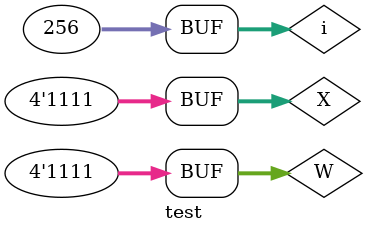
<source format=v>
`timescale 1s / 1ns
 
module test;

reg[3:0]W,X;
wire[3:0]Sum;
wire Carry;

bit4_adder dut(.W(W),.X(X),.Sum(Sum),.Carry(Carry));
integer i;
initial begin
for(i=0;i<2**8;i=i+1)
begin
{W,X}=i;
#2;
end
end

initial begin
$monitor("W=%b,X=%b,Sum=%b,Carry=%b",W,X,Sum,Carry);
end
endmodule

</source>
